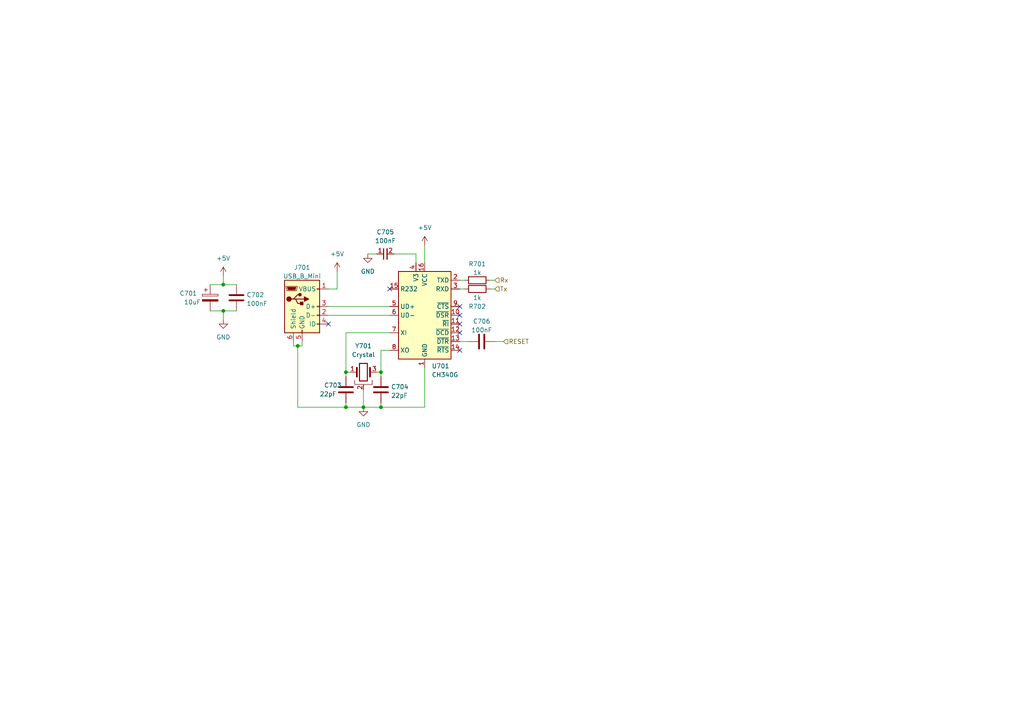
<source format=kicad_sch>
(kicad_sch (version 20230121) (generator eeschema)
  (paper "A4")
  (lib_symbols
    (symbol "Connector:USB_B_Mini" (pin_names (offset 1.016))
      (property "Reference" "J" (at -5.08 11.43 0))
      (property "Value" "USB_B_Mini" (at -5.08 8.89 0))
      (symbol "USB_B_Mini_0_1"
        (rectangle (start -5.08 -7.62) (end 5.08 7.62) (stroke (width 0.254)) (fill (type background)))
        (circle (center -3.81 2.159) (radius 0.635) (stroke (width 0.254)) (fill (type outline)))
        (circle (center -0.635 3.429) (radius 0.381) (stroke (width 0.254)) (fill (type outline)))
        (rectangle (start -0.127 -7.62) (end 0.127 -6.858))
        (polyline (pts (xy -1.905 2.159) (xy 0.635 2.159)) (stroke (width 0.254)))
        (polyline (pts (xy -3.175 2.159) (xy -2.54 2.159) (xy -1.27 3.429) (xy -0.635 3.429)) (stroke (width 0.254)))
        (polyline (pts (xy -2.54 2.159) (xy -1.905 2.159) (xy -1.27 0.889) (xy 0 0.889)) (stroke (width 0.254)))
        (polyline (pts (xy 0.635 2.794) (xy 0.635 1.524) (xy 1.905 2.159) (xy 0.635 2.794)) (stroke (width 0.254)) (fill (type outline)))
        (polyline (pts (xy -4.318 5.588) (xy -1.778 5.588) (xy -2.032 4.826) (xy -4.064 4.826) (xy -4.318 5.588)) (fill (type outline)))
        (polyline (pts (xy -4.699 5.842) (xy -4.699 5.588) (xy -4.445 4.826) (xy -4.445 4.572) (xy -1.651 4.572) (xy -1.651 4.826) (xy -1.397 5.588) (xy -1.397 5.842) (xy -4.699 5.842)))
        (rectangle (start 0.254 1.27) (end -0.508 0.508) (stroke (width 0.254)) (fill (type outline)))
        (rectangle (start 5.08 -5.207) (end 4.318 -4.953))
        (rectangle (start 5.08 -2.667) (end 4.318 -2.413))
        (rectangle (start 5.08 -0.127) (end 4.318 0.127))
        (rectangle (start 5.08 4.953) (end 4.318 5.207))
      )
      (symbol "USB_B_Mini_1_1"
        (pin power_out line (at 7.62 5.08 180) (length 2.54) (name "VBUS") (number "1"))
        (pin bidirectional line (at 7.62 -2.54 180) (length 2.54) (name "D-") (number "2"))
        (pin bidirectional line (at 7.62 0 180) (length 2.54) (name "D+") (number "3"))
        (pin passive line (at 7.62 -5.08 180) (length 2.54) (name "ID") (number "4"))
        (pin power_out line (at 0 -10.16 90) (length 2.54) (name "GND") (number "5"))
        (pin passive line (at -2.54 -10.16 90) (length 2.54) (name "Shield") (number "6"))
      )
    )
    (symbol "Device:C" (pin_numbers hide) (pin_names (offset 0.254))
      (property "Reference" "C" (at 0.635 2.54 0))
      (property "Value" "C" (at 0.635 -2.54 0))
      (symbol "C_0_1"
        (polyline (pts (xy -2.032 -0.762) (xy 2.032 -0.762)) (stroke (width 0.508)))
        (polyline (pts (xy -2.032 0.762) (xy 2.032 0.762)) (stroke (width 0.508)))
      )
      (symbol "C_1_1"
        (pin passive line (at 0 3.81 270) (length 2.794) (name "~") (number "1"))
        (pin passive line (at 0 -3.81 90) (length 2.794) (name "~") (number "2"))
      )
    )
    (symbol "Device:C_Polarized" (pin_numbers hide) (pin_names (offset 0.254))
      (property "Reference" "C" (at 0.635 2.54 0))
      (property "Value" "C_Polarized" (at 0.635 -2.54 0))
      (symbol "C_Polarized_0_1"
        (rectangle (start -2.286 0.508) (end 2.286 1.016))
        (polyline (pts (xy -1.778 2.286) (xy -0.762 2.286)))
        (polyline (pts (xy -1.27 2.794) (xy -1.27 1.778)))
        (rectangle (start 2.286 -0.508) (end -2.286 -1.016) (fill (type outline)))
      )
      (symbol "C_Polarized_1_1"
        (pin passive line (at 0 3.81 270) (length 2.794) (name "~") (number "1"))
        (pin passive line (at 0 -3.81 90) (length 2.794) (name "~") (number "2"))
      )
    )
    (symbol "Device:R" (pin_numbers hide) (pin_names (offset 0))
      (property "Reference" "R" (at 2.032 0 90))
      (property "Value" "R" (at 0 0 90))
      (symbol "R_0_1"
        (rectangle (start -1.016 -2.54) (end 1.016 2.54) (stroke (width 0.254)))
      )
      (symbol "R_1_1"
        (pin passive line (at 0 3.81 270) (length 1.27) (name "~") (number "1"))
        (pin passive line (at 0 -3.81 90) (length 1.27) (name "~") (number "2"))
      )
    )
    (symbol "Interface_USB:CH340G"
      (property "Reference" "U" (at -5.08 13.97 0))
      (property "Value" "CH340G" (at 1.27 13.97 0))
      (symbol "CH340G_0_1"
        (rectangle (start -7.62 12.7) (end 7.62 -12.7) (stroke (width 0.254)) (fill (type background)))
      )
      (symbol "CH340G_1_1"
        (pin power_in line (at 0 -15.24 90) (length 2.54) (name "GND") (number "1"))
        (pin input line (at 10.16 0 180) (length 2.54) (name "~{DSR}") (number "10"))
        (pin input line (at 10.16 -2.54 180) (length 2.54) (name "~{RI}") (number "11"))
        (pin input line (at 10.16 -5.08 180) (length 2.54) (name "~{DCD}") (number "12"))
        (pin output line (at 10.16 -7.62 180) (length 2.54) (name "~{DTR}") (number "13"))
        (pin output line (at 10.16 -10.16 180) (length 2.54) (name "~{RTS}") (number "14"))
        (pin input line (at -10.16 7.62 0) (length 2.54) (name "R232") (number "15"))
        (pin power_in line (at 0 15.24 270) (length 2.54) (name "VCC") (number "16"))
        (pin output line (at 10.16 10.16 180) (length 2.54) (name "TXD") (number "2"))
        (pin input line (at 10.16 7.62 180) (length 2.54) (name "RXD") (number "3"))
        (pin passive line (at -2.54 15.24 270) (length 2.54) (name "V3") (number "4"))
        (pin bidirectional line (at -10.16 2.54 0) (length 2.54) (name "UD+") (number "5"))
        (pin bidirectional line (at -10.16 0 0) (length 2.54) (name "UD-") (number "6"))
        (pin input line (at -10.16 -5.08 0) (length 2.54) (name "XI") (number "7"))
        (pin output line (at -10.16 -10.16 0) (length 2.54) (name "XO") (number "8"))
        (pin input line (at 10.16 2.54 180) (length 2.54) (name "~{CTS}") (number "9"))
      )
    )
    (symbol "capacitor_miscellaneous:C_0402_100nF"
      (property "Reference" "U" (at 1.27 2.54 0))
      (property "Value" "100nF" (at 3.81 -2.54 0))
      (property "JLCPCB Part#" "C307331" (at 0 0 0))
      (symbol "C_0402_100nF_0_1"
        (polyline (pts (xy -1.524 -0.508) (xy 1.524 -0.508)) (stroke (width 0.3302)))
        (polyline (pts (xy -1.524 0.508) (xy 1.524 0.508)) (stroke (width 0.3048)))
      )
      (symbol "C_0402_100nF_1_1"
        (pin passive line (at 0 2.54 270) (length 2.032) (name "~") (number "1"))
        (pin passive line (at 0 -2.54 90) (length 2.032) (name "~") (number "2"))
      )
    )
    (symbol "custom_kicad_lib_sk:crystal_arduino" (pin_names (offset 1.016) hide)
      (property "Reference" "Y" (at 0 5.715 0))
      (property "Value" "Crystal_GND2" (at 0 3.81 0))
      (property "JLCPCB Part#" "C13738" (at 0 0 0))
      (symbol "crystal_arduino_0_1"
        (rectangle (start -1.143 2.54) (end 1.143 -2.54) (stroke (width 0.3048)))
        (polyline (pts (xy -2.54 0) (xy -1.905 0)))
        (polyline (pts (xy -1.905 -1.27) (xy -1.905 1.27)) (stroke (width 0.508)))
        (polyline (pts (xy 0 -3.81) (xy 0 -3.556)))
        (polyline (pts (xy 1.905 0) (xy 2.54 0)))
        (polyline (pts (xy 1.905 1.27) (xy 1.905 -1.27)) (stroke (width 0.508)))
        (polyline (pts (xy -2.54 -2.286) (xy -2.54 -3.556) (xy 2.54 -3.556) (xy 2.54 -2.286)))
      )
      (symbol "crystal_arduino_1_1"
        (pin passive line (at -3.81 0 0) (length 1.27) (name "1") (number "1"))
        (pin passive line (at 0 -5.08 90) (length 1.27) (name "GND") (number "2"))
        (pin passive line (at 3.81 0 180) (length 1.27) (name "3") (number "3"))
        (pin passive line (at 0 -5.08 90) (length 1.27) hide (name "GND") (number "4"))
      )
    )
    (symbol "power:+5V" (power) (pin_names (offset 0))
      (property "Value" "+5V" (at 0 3.556 0))
      (symbol "+5V_0_1"
        (polyline (pts (xy -0.762 1.27) (xy 0 2.54)))
        (polyline (pts (xy 0 0) (xy 0 2.54)))
        (polyline (pts (xy 0 2.54) (xy 0.762 1.27)))
      )
      (symbol "+5V_1_1"
        (pin power_in line (at 0 0 90) (length 0) hide (name "+5V") (number "1"))
      )
    )
    (symbol "power:GND" (power) (pin_names (offset 0))
      (property "Value" "GND" (at 0 -3.81 0))
      (symbol "GND_0_1"
        (polyline (pts (xy 0 0) (xy 0 -1.27) (xy 1.27 -1.27) (xy 0 -2.54) (xy -1.27 -1.27) (xy 0 -1.27)))
      )
      (symbol "GND_1_1"
        (pin power_in line (at 0 0 270) (length 0) hide (name "GND") (number "1"))
      )
    )
  )
  (junction (at 100.33 118.11))
  (junction (at 86.36 100.33))
  (junction (at 64.77 82.55))
  (junction (at 110.49 107.95))
  (junction (at 64.77 90.17))
  (junction (at 100.33 107.95))
  (junction (at 110.49 118.11))
  (junction (at 105.41 118.11))
  (no_connect (at 113.03 83.82))
  (no_connect (at 133.35 93.98))
  (no_connect (at 133.35 96.52))
  (no_connect (at 133.35 91.44))
  (no_connect (at 133.35 101.6))
  (no_connect (at 133.35 88.9))
  (no_connect (at 95.25 93.98))
  (wire (pts (xy 100.33 107.95) (xy 100.33 109.22)))
  (wire (pts (xy 105.41 118.11) (xy 110.49 118.11)))
  (wire (pts (xy 97.79 83.82) (xy 95.25 83.82)))
  (wire (pts (xy 110.49 107.95) (xy 109.22 107.95)))
  (wire (pts (xy 146.05 99.06) (xy 143.51 99.06)))
  (wire (pts (xy 110.49 101.6) (xy 113.03 101.6)))
  (wire (pts (xy 110.49 116.84) (xy 110.49 118.11)))
  (wire (pts (xy 100.33 96.52) (xy 100.33 107.95)))
  (wire (pts (xy 134.62 83.82) (xy 133.35 83.82)))
  (wire (pts (xy 100.33 118.11) (xy 105.41 118.11)))
  (wire (pts (xy 86.36 100.33) (xy 86.36 118.11)))
  (wire (pts (xy 85.09 99.06) (xy 85.09 100.33)))
  (wire (pts (xy 100.33 116.84) (xy 100.33 118.11)))
  (wire (pts (xy 101.6 107.95) (xy 100.33 107.95)))
  (wire (pts (xy 87.63 99.06) (xy 87.63 100.33)))
  (wire (pts (xy 60.96 82.55) (xy 64.77 82.55)))
  (wire (pts (xy 143.51 83.82) (xy 142.24 83.82)))
  (wire (pts (xy 105.41 113.03) (xy 105.41 118.11)))
  (wire (pts (xy 86.36 118.11) (xy 100.33 118.11)))
  (wire (pts (xy 110.49 118.11) (xy 123.19 118.11)))
  (wire (pts (xy 110.49 109.22) (xy 110.49 107.95)))
  (wire (pts (xy 64.77 82.55) (xy 68.58 82.55)))
  (wire (pts (xy 85.09 100.33) (xy 86.36 100.33)))
  (wire (pts (xy 64.77 80.01) (xy 64.77 82.55)))
  (wire (pts (xy 95.25 88.9) (xy 113.03 88.9)))
  (wire (pts (xy 106.68 73.66) (xy 109.22 73.66)))
  (wire (pts (xy 113.03 96.52) (xy 100.33 96.52)))
  (wire (pts (xy 120.65 73.66) (xy 114.3 73.66)))
  (wire (pts (xy 64.77 90.17) (xy 64.77 92.71)))
  (wire (pts (xy 133.35 99.06) (xy 135.89 99.06)))
  (wire (pts (xy 64.77 90.17) (xy 68.58 90.17)))
  (wire (pts (xy 134.62 81.28) (xy 133.35 81.28)))
  (wire (pts (xy 95.25 91.44) (xy 113.03 91.44)))
  (wire (pts (xy 123.19 71.12) (xy 123.19 76.2)))
  (wire (pts (xy 110.49 107.95) (xy 110.49 101.6)))
  (wire (pts (xy 123.19 106.68) (xy 123.19 118.11)))
  (wire (pts (xy 97.79 78.74) (xy 97.79 83.82)))
  (wire (pts (xy 143.51 81.28) (xy 142.24 81.28)))
  (wire (pts (xy 60.96 90.17) (xy 64.77 90.17)))
  (wire (pts (xy 120.65 76.2) (xy 120.65 73.66)))
  (wire (pts (xy 86.36 100.33) (xy 87.63 100.33)))
  (hierarchical_label "Rx" (shape input) (at 143.51 81.28 0))
  (hierarchical_label "Tx" (shape input) (at 143.51 83.82 0))
  (hierarchical_label "RESET" (shape input) (at 146.05 99.06 0))
  (symbol (lib_id "power:GND") (at 64.77 92.71 0) (unit 1)
    (property "Reference" "#PWR0702" (effects hide))
    (property "Value" "GND" (at 64.77 97.79 0))
    (instances (project "GPIO_UNIT" (path "" (reference "#PWR0702") (unit 1))) (project "CH340" (path "" (reference "#PWR0104") (unit 1))))
  )
  (symbol (lib_id "Device:C") (at 68.58 86.36 0) (unit 1)
    (property "Reference" "C702" (at 71.501 85.5253 0) (effects (justify left)))
    (property "Value" "100nF" (at 71.501 88.0622 0) (effects (justify left)))
    (property "Footprint" "Capacitor_SMD:C_0603_1608Metric" (effects hide))
    (property "JLCPCB Part#" "C14663" (effects hide))
    (instances (project "GPIO_UNIT" (path "" (reference "C702") (unit 1))) (project "general_schematics" (path "" (reference "C2002") (unit 1))) (project "CH340" (path "" (reference "C702") (unit 1))))
  )
  (symbol (lib_id "Device:C") (at 139.7 99.06 90) (unit 1)
    (property "Reference" "C706" (at 139.7 93.2012 90))
    (property "Value" "100nF" (at 139.7 95.7381 90))
    (property "Footprint" "Capacitor_SMD:C_0603_1608Metric" (effects hide))
    (property "JLCPCB Part#" "C14663" (effects hide))
    (instances (project "GPIO_UNIT" (path "" (reference "C706") (unit 1))) (project "general_schematics" (path "" (reference "C2006") (unit 1))) (project "CH340" (path "" (reference "C706") (unit 1))))
  )
  (symbol (lib_id "power:GND") (at 105.41 118.11 0) (unit 1)
    (property "Reference" "#PWR0704" (effects hide))
    (property "Value" "GND" (at 105.41 123.19 0))
    (instances (project "GPIO_UNIT" (path "" (reference "#PWR0704") (unit 1))) (project "CH340" (path "" (reference "#PWR0103") (unit 1))))
  )
  (symbol (lib_id "Device:R") (at 138.43 83.82 270) (unit 1)
    (property "Reference" "R702" (at 138.43 88.9 90))
    (property "Value" "1k" (at 138.43 86.36 90))
    (property "Footprint" "Resistor_SMD:R_0603_1608Metric" (effects hide))
    (property "JLCPCB Part#" "C21190" (effects hide))
    (instances (project "GPIO_UNIT" (path "" (reference "R702") (unit 1))) (project "general_schematics" (path "" (reference "R2002") (unit 1))) (project "CH340" (path "" (reference "R702") (unit 1))))
  )
  (symbol (lib_id "power:+5V") (at 123.19 71.12 0) (unit 1)
    (property "Reference" "#PWR0706" (effects hide))
    (property "Value" "+5V" (at 123.19 66.04 0))
    (instances (project "GPIO_UNIT" (path "" (reference "#PWR0706") (unit 1))) (project "CH340" (path "" (reference "#PWR0101") (unit 1))))
  )
  (symbol (lib_id "capacitor_miscellaneous:C_0402_100nF") (at 111.76 73.66 90) (unit 1)
    (property "Reference" "C705" (at 111.7663 67.31 90))
    (property "Value" "100nF" (at 111.7663 69.85 90))
    (property "Footprint" "Capacitor_SMD:C_0402_1005Metric" (effects hide))
    (property "JLCPCB Part#" "C307331" (effects hide))
  )
  (symbol (lib_id "Device:C_Polarized") (at 60.96 86.36 0) (unit 1)
    (property "Reference" "C701" (at 52.07 85.09 0) (effects (justify left)))
    (property "Value" "10uF" (at 53.34 87.63 0) (effects (justify left)))
    (property "Footprint" "Capacitor_SMD:C_0603_1608Metric" (effects hide))
    (property "JLCPCB Part#" "C96446" (effects hide))
    (instances (project "GPIO_UNIT" (path "" (reference "C701") (unit 1))) (project "general_schematics" (path "" (reference "C2001") (unit 1))) (project "CH340" (path "" (reference "C701") (unit 1))))
  )
  (symbol (lib_id "power:+5V") (at 97.79 78.74 0) (unit 1)
    (property "Reference" "#PWR0703" (effects hide))
    (property "Value" "+5V" (at 97.79 73.66 0))
    (instances (project "GPIO_UNIT" (path "" (reference "#PWR0703") (unit 1))) (project "CH340" (path "" (reference "#PWR0105") (unit 1))))
  )
  (symbol (lib_id "Device:C") (at 110.49 113.03 0) (unit 1)
    (property "Reference" "C704" (at 113.411 112.1953 0) (effects (justify left)))
    (property "Value" "22pF" (at 113.411 114.7322 0) (effects (justify left)))
    (property "Footprint" "Capacitor_SMD:C_0603_1608Metric" (effects hide))
    (property "JLCPCB Part#" "C1653" (effects hide))
    (instances (project "GPIO_UNIT" (path "" (reference "C704") (unit 1))) (project "general_schematics" (path "" (reference "C2004") (unit 1))) (project "CH340" (path "" (reference "C704") (unit 1))))
  )
  (symbol (lib_id "Interface_USB:CH340G") (at 123.19 91.44 0) (unit 1)
    (property "Reference" "U701" (at 125.2094 106.1704 0) (effects (justify left)))
    (property "Value" "CH340G" (at 125.2094 108.7073 0) (effects (justify left)))
    (property "Footprint" "Package_SO:SOIC-16_3.9x9.9mm_P1.27mm" (effects hide))
    (property "Datasheet" "http://www.datasheet5.com/pdf-local-2195953" (effects hide))
    (property "JLCPCB Part#" "C14267" (effects hide))
    (instances (project "GPIO_UNIT" (path "" (reference "U701") (unit 1))) (project "general_schematics" (path "" (reference "U2001") (unit 1))) (project "CH340" (path "" (reference "U701") (unit 1))))
  )
  (symbol (lib_id "Connector:USB_B_Mini") (at 87.63 88.9 0) (unit 1)
    (property "Reference" "J701" (at 87.63 77.5802 0))
    (property "Value" "USB_B_Mini" (at 87.63 80.1171 0))
    (property "Footprint" "Connector_USB:USB_Mini-B_Lumberg_2486_01_Horizontal" (effects hide))
    (property "JLCPCB Part#" "C2681563" (effects hide))
    (instances (project "GPIO_UNIT" (path "" (reference "J701") (unit 1))) (project "general_schematics" (path "" (reference "J2001") (unit 1))) (project "CH340" (path "" (reference "J701") (unit 1))))
  )
  (symbol (lib_id "Device:R") (at 138.43 81.28 90) (unit 1)
    (property "Reference" "R701" (at 138.43 76.5642 90))
    (property "Value" "1k" (at 138.43 79.1011 90))
    (property "Footprint" "Resistor_SMD:R_0603_1608Metric" (effects hide))
    (property "JLCPCB Part#" "C21190" (effects hide))
    (instances (project "GPIO_UNIT" (path "" (reference "R701") (unit 1))) (project "general_schematics" (path "" (reference "R2001") (unit 1))) (project "CH340" (path "" (reference "R701") (unit 1))))
  )
  (symbol (lib_id "Device:C") (at 100.33 113.03 0) (unit 1)
    (property "Reference" "C703" (at 93.98 111.76 0) (effects (justify left)))
    (property "Value" "22pF" (at 92.71 114.3 0) (effects (justify left)))
    (property "Footprint" "Capacitor_SMD:C_0603_1608Metric" (effects hide))
    (property "JLCPCB Part#" "C1653" (effects hide))
    (instances (project "GPIO_UNIT" (path "" (reference "C703") (unit 1))) (project "general_schematics" (path "" (reference "C2003") (unit 1))) (project "CH340" (path "" (reference "C703") (unit 1))))
  )
  (symbol (lib_id "power:GND") (at 106.68 73.66 0) (unit 1)
    (property "Reference" "#PWR0705" (effects hide))
    (property "Value" "GND" (at 106.68 78.74 0))
    (instances (project "GPIO_UNIT" (path "" (reference "#PWR0705") (unit 1))) (project "CH340" (path "" (reference "#PWR0106") (unit 1))))
  )
  (symbol (lib_id "power:+5V") (at 64.77 80.01 0) (unit 1)
    (property "Reference" "#PWR0701" (effects hide))
    (property "Value" "+5V" (at 64.77 74.93 0))
    (instances (project "GPIO_UNIT" (path "" (reference "#PWR0701") (unit 1))) (project "CH340" (path "" (reference "#PWR0102") (unit 1))))
  )
  (symbol (lib_id "custom_kicad_lib_sk:crystal_arduino") (at 105.41 107.95 0) (unit 1)
    (property "Reference" "Y701" (at 105.41 100.33 0))
    (property "Value" "Crystal" (at 105.41 102.87 0))
    (property "Footprint" "custom_kicad_lib_sk:crystal_arduino" (effects hide))
    (property "JLCPCB Part#" "C9002" (effects hide))
    (instances (project "GPIO_UNIT" (path "" (reference "Y701") (unit 1))) (project "general_schematics" (path "" (reference "Y2001") (unit 1))) (project "CH340" (path "" (reference "Y701") (unit 1))))
  )
)
</source>
